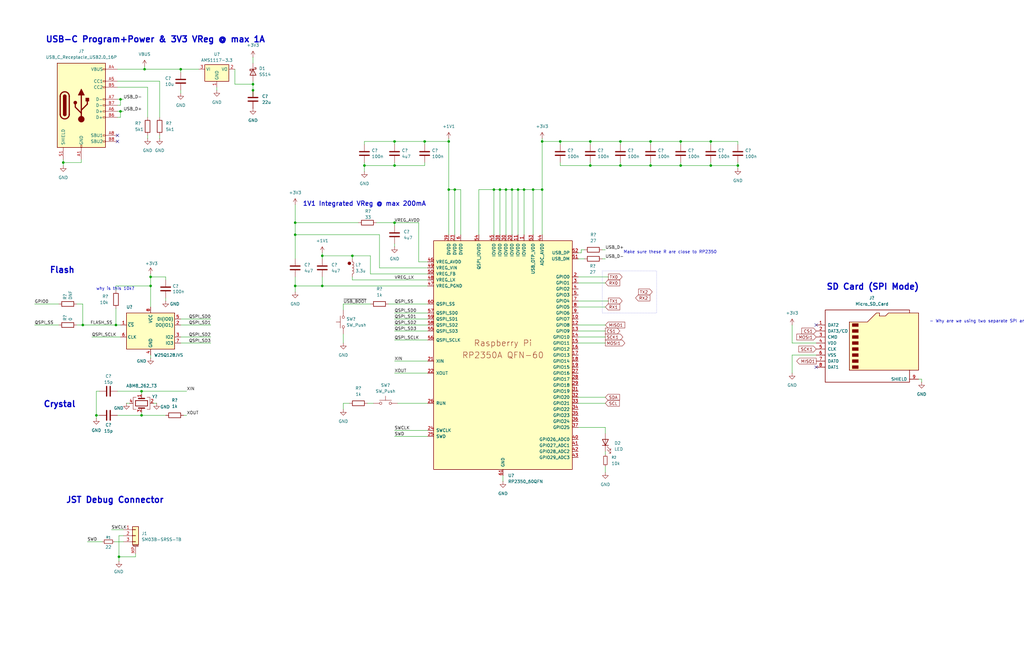
<source format=kicad_sch>
(kicad_sch (version 20250114) (generator "eeschema") (generator_version "9.0")
  (paper "USLedger")
  (lib_symbols
    (symbol "Connector:Micro_SD_Card" (pin_names (offset 1.016))
      (property "Reference" "J" (at -16.51 15.24 0))
      (property "Value" "Micro_SD_Card" (at 16.51 15.24 0))
      (symbol "Micro_SD_Card_1_1"
        (pin bidirectional line (at -22.86 7.62 0) (length 3.81) (name "DAT2") (number "1"))
        (pin bidirectional line (at -22.86 5.08 0) (length 3.81) (name "DAT3/CD") (number "2"))
        (pin input line (at -22.86 2.54 0) (length 3.81) (name "CMD") (number "3"))
        (pin power_in line (at -22.86 0 0) (length 3.81) (name "VDD") (number "4"))
        (pin input line (at -22.86 -2.54 0) (length 3.81) (name "CLK") (number "5"))
        (pin power_in line (at -22.86 -5.08 0) (length 3.81) (name "VSS") (number "6"))
        (pin bidirectional line (at -22.86 -7.62 0) (length 3.81) (name "DAT0") (number "7"))
        (pin bidirectional line (at -22.86 -10.16 0) (length 3.81) (name "DAT1") (number "8"))
        (pin passive line (at 20.32 -15.24 180) (length 3.81) (name "SHIELD") (number "9"))
      )
    )
    (symbol "Connector:USB_C_Receptacle_USB2.0_16P" (pin_names (offset 1.016))
      (property "Reference" "J" (at 0 22.225 0))
      (property "Value" "USB_C_Receptacle_USB2.0_16P" (at 0 19.685 0))
      (symbol "USB_C_Receptacle_USB2.0_16P_1_1"
        (pin passive line (at -7.62 -22.86 90) (length 5.08) (name "SHIELD") (number "S1"))
        (pin passive line (at 0 -22.86 90) (length 5.08) (name "GND") (number "A1"))
        (pin passive line (at 0 -22.86 90) (length 5.08) (hide yes) (name "GND") (number "A12"))
        (pin passive line (at 0 -22.86 90) (length 5.08) (hide yes) (name "GND") (number "B1"))
        (pin passive line (at 0 -22.86 90) (length 5.08) (hide yes) (name "GND") (number "B12"))
        (pin passive line (at 15.24 15.24 180) (length 5.08) (name "VBUS") (number "A4"))
        (pin passive line (at 15.24 15.24 180) (length 5.08) (hide yes) (name "VBUS") (number "A9"))
        (pin passive line (at 15.24 15.24 180) (length 5.08) (hide yes) (name "VBUS") (number "B4"))
        (pin passive line (at 15.24 15.24 180) (length 5.08) (hide yes) (name "VBUS") (number "B9"))
        (pin bidirectional line (at 15.24 10.16 180) (length 5.08) (name "CC1") (number "A5"))
        (pin bidirectional line (at 15.24 7.62 180) (length 5.08) (name "CC2") (number "B5"))
        (pin bidirectional line (at 15.24 2.54 180) (length 5.08) (name "D-") (number "A7"))
        (pin bidirectional line (at 15.24 0 180) (length 5.08) (name "D-") (number "B7"))
        (pin bidirectional line (at 15.24 -2.54 180) (length 5.08) (name "D+") (number "A6"))
        (pin bidirectional line (at 15.24 -5.08 180) (length 5.08) (name "D+") (number "B6"))
        (pin bidirectional line (at 15.24 -12.7 180) (length 5.08) (name "SBU1") (number "A8"))
        (pin bidirectional line (at 15.24 -15.24 180) (length 5.08) (name "SBU2") (number "B8"))
      )
    )
    (symbol "Connector_Generic_MountingPin:Conn_01x03_MountingPin" (pin_names (offset 1.016) (hide yes))
      (property "Reference" "J" (at 0 5.08 0))
      (property "Value" "Conn_01x03_MountingPin" (at 1.27 -5.08 0))
      (symbol "Conn_01x03_MountingPin_1_1"
        (text "Mounting" (at 0 -4.191 0) (effects (font (size 0.381 0.381))))
        (pin passive line (at -5.08 2.54 0) (length 3.81) (name "Pin_1") (number "1"))
        (pin passive line (at -5.08 0 0) (length 3.81) (name "Pin_2") (number "2"))
        (pin passive line (at -5.08 -2.54 0) (length 3.81) (name "Pin_3") (number "3"))
        (pin passive line (at 0 -7.62 90) (length 3.048) (name "MountPin") (number "MP"))
      )
    )
    (symbol "Device:C" (pin_numbers (hide yes)) (pin_names (offset 0.254))
      (property "Reference" "C" (at 0.635 2.54 0))
      (property "Value" "C" (at 0.635 -2.54 0))
      (symbol "C_1_1"
        (pin passive line (at 0 3.81 270) (length 2.794) (name "~") (number "1"))
        (pin passive line (at 0 -3.81 90) (length 2.794) (name "~") (number "2"))
      )
    )
    (symbol "Device:Crystal_GND24" (pin_names (offset 1.016) (hide yes))
      (property "Reference" "Y" (at 3.175 5.08 0))
      (property "Value" "Crystal_GND24" (at 3.175 3.175 0))
      (symbol "Crystal_GND24_1_1"
        (pin passive line (at -3.81 0 0) (length 1.27) (name "1") (number "1"))
        (pin passive line (at 0 5.08 270) (length 1.27) (name "2") (number "2"))
        (pin passive line (at 0 -5.08 90) (length 1.27) (name "4") (number "4"))
        (pin passive line (at 3.81 0 180) (length 1.27) (name "3") (number "3"))
      )
    )
    (symbol "Device:L" (pin_numbers (hide yes)) (pin_names (offset 1.016) (hide yes))
      (property "Reference" "L" (at -1.27 0 90))
      (property "Value" "L" (at 1.905 0 90))
      (symbol "L_1_1"
        (pin passive line (at 0 3.81 270) (length 1.27) (name "1") (number "1"))
        (pin passive line (at 0 -3.81 90) (length 1.27) (name "2") (number "2"))
      )
    )
    (symbol "Device:LED" (pin_numbers (hide yes)) (pin_names (offset 1.016) (hide yes))
      (property "Reference" "D" (at 0 2.54 0))
      (property "Value" "LED" (at 0 -2.54 0))
      (symbol "LED_1_1"
        (pin passive line (at -3.81 0 0) (length 2.54) (name "K") (number "1"))
        (pin passive line (at 3.81 0 180) (length 2.54) (name "A") (number "2"))
      )
    )
    (symbol "Device:R" (pin_numbers (hide yes)) (pin_names (offset 0))
      (property "Reference" "R" (at 2.032 0 90))
      (property "Value" "R" (at 0 0 90))
      (symbol "R_1_1"
        (pin passive line (at 0 3.81 270) (length 1.27) (name "~") (number "1"))
        (pin passive line (at 0 -3.81 90) (length 1.27) (name "~") (number "2"))
      )
    )
    (symbol "Device:R_Small" (pin_numbers (hide yes)) (pin_names (offset 0.254) (hide yes))
      (property "Reference" "R" (at 0 0 90))
      (property "Value" "R_Small" (at 1.778 0 90))
      (symbol "R_Small_1_1"
        (pin passive line (at 0 2.54 270) (length 0.762) (name "~") (number "1"))
        (pin passive line (at 0 -2.54 90) (length 0.762) (name "~") (number "2"))
      )
    )
    (symbol "Diode:SS14" (pin_numbers (hide yes)) (pin_names (offset 1.016) (hide yes))
      (property "Reference" "D" (at 0 2.54 0))
      (property "Value" "SS14" (at 0 -2.54 0))
      (symbol "SS14_1_1"
        (pin passive line (at -3.81 0 0) (length 2.54) (name "K") (number "1"))
        (pin passive line (at 3.81 0 180) (length 2.54) (name "A") (number "2"))
      )
    )
    (symbol "MCU_RaspberryPi_RP2350:RP2350_60QFN" (pin_names (offset 1.016))
      (property "Reference" "U" (at -29.21 49.53 0))
      (property "Value" "RP2350_60QFN" (at 24.13 -49.53 0))
      (symbol "RP2350_60QFN_0_0"
        (text "Raspberry Pi" (at 0 5.08 0) (effects (font (size 2.54 2.54))))
      )
      (symbol "RP2350_60QFN_1_0"
        (text "RP2350A QFN-60" (at 0 0 0) (effects (font (size 2.54 2.54))))
      )
      (symbol "RP2350_60QFN_1_1"
        (pin power_in line (at -31.75 39.37 0) (length 2.54) (name "VREG_AVDD") (number "46"))
        (pin power_in line (at -31.75 36.83 0) (length 2.54) (name "VREG_VIN") (number "49"))
        (pin input line (at -31.75 34.29 0) (length 2.54) (name "VREG_FB") (number "50"))
        (pin power_out line (at -31.75 31.75 0) (length 2.54) (name "VREG_LX") (number "48"))
        (pin power_in line (at -31.75 29.21 0) (length 2.54) (name "VREG_PGND") (number "47"))
        (pin bidirectional line (at -31.75 21.59 0) (length 2.54) (name "QSPI_SS") (number "60"))
        (pin bidirectional line (at -31.75 17.78 0) (length 2.54) (name "QSPI_SD0") (number "57"))
        (pin bidirectional line (at -31.75 15.24 0) (length 2.54) (name "QSPI_SD1") (number "59"))
        (pin bidirectional line (at -31.75 12.7 0) (length 2.54) (name "QSPI_SD2") (number "58"))
        (pin bidirectional line (at -31.75 10.16 0) (length 2.54) (name "QSPI_SD3") (number "55"))
        (pin output line (at -31.75 6.35 0) (length 2.54) (name "QSPI_SCLK") (number "56"))
        (pin input line (at -31.75 -2.54 0) (length 2.54) (name "XIN") (number "21"))
        (pin passive line (at -31.75 -7.62 0) (length 2.54) (name "XOUT") (number "22"))
        (pin input line (at -31.75 -20.32 0) (length 2.54) (name "RUN") (number "26"))
        (pin output line (at -31.75 -31.75 0) (length 2.54) (name "SWCLK") (number "24"))
        (pin bidirectional line (at -31.75 -34.29 0) (length 2.54) (name "SWD") (number "25"))
        (pin power_in line (at -22.86 50.8 270) (length 2.54) (name "DVDD") (number "39"))
        (pin power_in line (at -20.32 50.8 270) (length 2.54) (name "DVDD") (number "23"))
        (pin power_in line (at -17.78 50.8 270) (length 2.54) (name "DVDD") (number "6"))
        (pin power_in line (at -10.16 50.8 270) (length 2.54) (name "QSPI_IOVDD") (number "54"))
        (pin power_in line (at -3.81 50.8 270) (length 2.54) (name "IOVDD") (number "45"))
        (pin power_in line (at -1.27 50.8 270) (length 2.54) (name "IOVDD") (number "38"))
        (pin power_in line (at 0 -50.8 90) (length 2.54) (name "GND") (number "61"))
        (pin power_in line (at 1.27 50.8 270) (length 2.54) (name "IOVDD") (number "30"))
        (pin power_in line (at 3.81 50.8 270) (length 2.54) (name "IOVDD") (number "20"))
        (pin power_in line (at 6.35 50.8 270) (length 2.54) (name "IOVDD") (number "11"))
        (pin power_in line (at 8.89 50.8 270) (length 2.54) (name "IOVDD") (number "1"))
        (pin power_in line (at 12.7 50.8 270) (length 2.54) (name "USB_OTP_VDD") (number "53"))
        (pin power_in line (at 16.51 50.8 270) (length 2.54) (name "ADC_AVDD") (number "44"))
        (pin bidirectional line (at 31.75 43.18 180) (length 2.54) (name "USB_DP") (number "52"))
        (pin bidirectional line (at 31.75 40.64 180) (length 2.54) (name "USB_DM") (number "51"))
        (pin bidirectional line (at 31.75 33.02 180) (length 2.54) (name "GPIO0") (number "2"))
        (pin bidirectional line (at 31.75 30.48 180) (length 2.54) (name "GPIO1") (number "3"))
        (pin bidirectional line (at 31.75 27.94 180) (length 2.54) (name "GPIO2") (number "4"))
        (pin bidirectional line (at 31.75 25.4 180) (length 2.54) (name "GPIO3") (number "5"))
        (pin bidirectional line (at 31.75 22.86 180) (length 2.54) (name "GPIO4") (number "7"))
        (pin bidirectional line (at 31.75 20.32 180) (length 2.54) (name "GPIO5") (number "8"))
        (pin bidirectional line (at 31.75 17.78 180) (length 2.54) (name "GPIO6") (number "9"))
        (pin bidirectional line (at 31.75 15.24 180) (length 2.54) (name "GPIO7") (number "10"))
        (pin bidirectional line (at 31.75 12.7 180) (length 2.54) (name "GPIO8") (number "12"))
        (pin bidirectional line (at 31.75 10.16 180) (length 2.54) (name "GPIO9") (number "13"))
        (pin bidirectional line (at 31.75 7.62 180) (length 2.54) (name "GPIO10") (number "14"))
        (pin bidirectional line (at 31.75 5.08 180) (length 2.54) (name "GPIO11") (number "15"))
        (pin bidirectional line (at 31.75 2.54 180) (length 2.54) (name "GPIO12") (number "16"))
        (pin bidirectional line (at 31.75 0 180) (length 2.54) (name "GPIO13") (number "17"))
        (pin bidirectional line (at 31.75 -2.54 180) (length 2.54) (name "GPIO14") (number "18"))
        (pin bidirectional line (at 31.75 -5.08 180) (length 2.54) (name "GPIO15") (number "19"))
        (pin bidirectional line (at 31.75 -7.62 180) (length 2.54) (name "GPIO16") (number "27"))
        (pin bidirectional line (at 31.75 -10.16 180) (length 2.54) (name "GPIO17") (number "28"))
        (pin bidirectional line (at 31.75 -12.7 180) (length 2.54) (name "GPIO18") (number "29"))
        (pin bidirectional line (at 31.75 -15.24 180) (length 2.54) (name "GPIO19") (number "31"))
        (pin bidirectional line (at 31.75 -17.78 180) (length 2.54) (name "GPIO20") (number "32"))
        (pin bidirectional line (at 31.75 -20.32 180) (length 2.54) (name "GPIO21") (number "33"))
        (pin bidirectional line (at 31.75 -22.86 180) (length 2.54) (name "GPIO22") (number "34"))
        (pin bidirectional line (at 31.75 -25.4 180) (length 2.54) (name "GPIO23") (number "35"))
        (pin bidirectional line (at 31.75 -27.94 180) (length 2.54) (name "GPIO24") (number "36"))
        (pin bidirectional line (at 31.75 -30.48 180) (length 2.54) (name "GPIO25") (number "37"))
        (pin bidirectional line (at 31.75 -35.56 180) (length 2.54) (name "GPIO26_ADC0") (number "40"))
        (pin bidirectional line (at 31.75 -38.1 180) (length 2.54) (name "GPIO27_ADC1") (number "41"))
        (pin bidirectional line (at 31.75 -40.64 180) (length 2.54) (name "GPIO28_ADC2") (number "42"))
        (pin bidirectional line (at 31.75 -43.18 180) (length 2.54) (name "GPIO29_ADC3") (number "43"))
      )
    )
    (symbol "Memory_Flash:W25Q128JVS"
      (property "Reference" "U" (at -8.89 8.89 0))
      (property "Value" "W25Q128JVS" (at 7.62 8.89 0))
      (symbol "W25Q128JVS_1_1"
        (pin input line (at -12.7 2.54 0) (length 2.54) (name "~{CS}") (number "1"))
        (pin input line (at -12.7 -2.54 0) (length 2.54) (name "CLK") (number "6"))
        (pin power_in line (at 0 10.16 270) (length 2.54) (name "VCC") (number "8"))
        (pin power_in line (at 0 -10.16 90) (length 2.54) (name "GND") (number "4"))
        (pin bidirectional line (at 12.7 5.08 180) (length 2.54) (name "DI(IO0)") (number "5"))
        (pin bidirectional line (at 12.7 2.54 180) (length 2.54) (name "DO(IO1)") (number "2"))
        (pin bidirectional line (at 12.7 -2.54 180) (length 2.54) (name "IO2") (number "3"))
        (pin bidirectional line (at 12.7 -5.08 180) (length 2.54) (name "IO3") (number "7"))
      )
    )
    (symbol "Regulator_Linear:AMS1117-3.3"
      (property "Reference" "U" (at -3.81 3.175 0))
      (property "Value" "AMS1117-3.3" (at 0 3.175 0))
      (symbol "AMS1117-3.3_1_1"
        (pin power_in line (at -7.62 0 0) (length 2.54) (name "VI") (number "3"))
        (pin power_in line (at 0 -7.62 90) (length 2.54) (name "GND") (number "1"))
        (pin power_out line (at 7.62 0 180) (length 2.54) (name "VO") (number "2"))
      )
    )
    (symbol "Switch:SW_Push" (pin_numbers (hide yes)) (pin_names (offset 1.016) (hide yes))
      (property "Reference" "SW" (at 1.27 2.54 0))
      (property "Value" "SW_Push" (at 0 -1.524 0))
      (symbol "SW_Push_0_1"
        (pin passive line (at -5.08 0 0) (length 2.54) (name "1") (number "1"))
        (pin passive line (at 5.08 0 180) (length 2.54) (name "2") (number "2"))
      )
    )
    (symbol "power:+1V1" (power) (pin_numbers (hide yes)) (pin_names (offset 0) (hide yes))
      (property "Value" "+1V1" (at 0 3.556 0))
      (symbol "+1V1_1_1"
        (pin power_in line (at 0 0 90) (length 0) (name "~") (number "1"))
      )
    )
    (symbol "power:+3V3" (power) (pin_numbers (hide yes)) (pin_names (offset 0) (hide yes))
      (property "Value" "+3V3" (at 0 3.556 0))
      (symbol "+3V3_1_1"
        (pin power_in line (at 0 0 90) (length 0) (name "~") (number "1"))
      )
    )
    (symbol "power:GND" (power) (pin_numbers (hide yes)) (pin_names (offset 0) (hide yes))
      (property "Value" "GND" (at 0 -3.81 0))
      (symbol "GND_1_1"
        (pin power_in line (at 0 0 270) (length 0) (name "~") (number "1"))
      )
    )
    (symbol "power:VBUS" (power) (pin_numbers (hide yes)) (pin_names (offset 0) (hide yes))
      (property "Value" "VBUS" (at 0 3.556 0))
      (symbol "VBUS_1_1"
        (pin power_in line (at 0 0 90) (length 0) (name "~") (number "1"))
      )
    )
  )
  (rectangle (start 254 114.3) (end 276.86 132.08) (stroke (width 0) (type dot)))
  (circle (center 147.32 111.125) (radius 0.635) (stroke (width 0) (color 132 0 0 1)) (fill (type color) (color 132 0 0 1)))
  (text "SD Card (SPI Mode)" (at 368.046 121.158 0) (effects (font (size 2.54 2.54) (thickness 0.508) (bold yes))))
  (text "1V1 Integrated VReg @ max 200mA\n\n" (at 153.67 87.63 0) (effects (font (size 1.905 1.905) (thickness 0.3175))))
  (text "Flash\n" (at 20.828 115.57 0) (effects (font (size 2.54 2.54) (thickness 0.508) (bold yes)) (justify left bottom)))
  (text "- Why are we using two separate SPI and I2C lines?" (at 391.922 135.636 0) (effects (font (size 1.27 1.27)) (justify left)))
  (text "Crystal\n" (at 25.146 170.688 0) (effects (font (size 2.54 2.54) (thickness 0.508) (bold yes))))
  (text "JST Debug Connector" (at 27.686 212.598 0) (effects (font (size 2.54 2.54) (thickness 0.508) (bold yes)) (justify left bottom)))
  (text "Make sure these R are close to RP2350\n" (at 262.89 107.188 0) (effects (font (size 1.27 1.27)) (justify left bottom)))
  (text "why is this 10k?\n" (at 48.641 121.92 0) (effects (font (size 1.27 1.27))))
  (text "USB-C Program+Power & 3V3 VReg @ max 1A" (at 65.532 16.764 0) (effects (font (size 2.54 2.54) (thickness 0.508) (bold yes))))
  (junction (at 166.37 59.69))
  (junction (at 210.82 80.01))
  (junction (at 124.46 99.06))
  (junction (at 135.89 107.95))
  (junction (at 287.02 69.85))
  (junction (at 220.98 80.01))
  (junction (at 59.69 175.26))
  (junction (at 248.92 59.69))
  (junction (at 228.6 80.01))
  (junction (at 76.2 29.21))
  (junction (at 228.6 59.69))
  (junction (at 166.37 69.85))
  (junction (at 124.46 93.98))
  (junction (at 274.32 69.85))
  (junction (at 106.68 35.56))
  (junction (at 40.64 175.26))
  (junction (at 153.67 69.85))
  (junction (at 34.925 137.16))
  (junction (at 236.22 59.69))
  (junction (at 248.92 69.85))
  (junction (at 189.23 80.01))
  (junction (at 50.165 234.95))
  (junction (at 48.895 137.16))
  (junction (at 106.68 38.1))
  (junction (at 287.02 59.69))
  (junction (at 261.62 59.69))
  (junction (at 135.89 120.65))
  (junction (at 50.8 46.99))
  (junction (at 215.9 80.01))
  (junction (at 261.62 69.85))
  (junction (at 299.72 69.85))
  (junction (at 166.37 93.98))
  (junction (at 274.32 59.69))
  (junction (at 191.77 80.01))
  (junction (at 26.67 68.58))
  (junction (at 218.44 80.01))
  (junction (at 124.46 120.65))
  (junction (at 311.15 69.85))
  (junction (at 189.23 59.69))
  (junction (at 60.96 29.21))
  (junction (at 59.69 165.1))
  (junction (at 179.07 59.69))
  (junction (at 50.8 41.91))
  (junction (at 63.5 116.84))
  (junction (at 63.5 120.65))
  (junction (at 213.36 80.01))
  (junction (at 224.79 80.01))
  (junction (at 208.28 80.01))
  (junction (at 299.72 59.69))
  (junction (at 148.59 107.95))
  (no_connect (at 344.17 154.94))
  (no_connect (at 49.53 59.69))
  (no_connect (at 49.53 57.15))
  (no_connect (at 344.17 137.16))
  (wire (pts (xy 160.02 113.03) (xy 160.02 99.06)))
  (wire (pts (xy 106.68 40.64) (xy 106.68 38.1)))
  (wire (pts (xy 67.31 58.42) (xy 67.31 57.15)))
  (wire (pts (xy 124.46 116.84) (xy 124.46 120.65)))
  (wire (pts (xy 48.895 130.175) (xy 48.895 137.16)))
  (wire (pts (xy 49.53 34.29) (xy 67.31 34.29)))
  (wire (pts (xy 287.02 69.85) (xy 299.72 69.85)))
  (wire (pts (xy 255.27 109.22) (xy 254 109.22)))
  (wire (pts (xy 76.2 137.16) (xy 88.9 137.16)))
  (wire (pts (xy 166.37 137.16) (xy 180.34 137.16)))
  (wire (pts (xy 220.98 80.01) (xy 220.98 99.06)))
  (wire (pts (xy 299.72 69.85) (xy 299.72 68.58)))
  (wire (pts (xy 40.64 175.26) (xy 40.64 176.53)))
  (wire (pts (xy 215.9 80.01) (xy 215.9 99.06)))
  (wire (pts (xy 166.37 132.08) (xy 180.34 132.08)))
  (wire (pts (xy 189.23 58.42) (xy 189.23 59.69)))
  (wire (pts (xy 38.735 142.24) (xy 50.8 142.24)))
  (wire (pts (xy 52.07 41.91) (xy 50.8 41.91)))
  (wire (pts (xy 148.59 107.95) (xy 135.89 107.95)))
  (wire (pts (xy 261.62 69.85) (xy 261.62 68.58)))
  (wire (pts (xy 236.22 69.85) (xy 236.22 68.58)))
  (wire (pts (xy 248.92 69.85) (xy 261.62 69.85)))
  (wire (pts (xy 48.895 137.16) (xy 50.8 137.16)))
  (wire (pts (xy 180.34 110.49) (xy 176.53 110.49)))
  (wire (pts (xy 144.78 128.27) (xy 144.78 130.81)))
  (wire (pts (xy 34.29 68.58) (xy 26.67 68.58)))
  (wire (pts (xy 166.37 93.98) (xy 176.53 93.98)))
  (wire (pts (xy 243.84 144.78) (xy 255.27 144.78)))
  (wire (pts (xy 287.02 69.85) (xy 287.02 68.58)))
  (wire (pts (xy 166.37 157.48) (xy 180.34 157.48)))
  (wire (pts (xy 63.5 116.84) (xy 63.5 120.65)))
  (wire (pts (xy 243.84 109.22) (xy 246.38 109.22)))
  (wire (pts (xy 166.37 69.85) (xy 166.37 68.58)))
  (wire (pts (xy 26.67 67.31) (xy 26.67 68.58)))
  (wire (pts (xy 245.11 105.41) (xy 246.38 105.41)))
  (wire (pts (xy 167.64 170.18) (xy 180.34 170.18)))
  (wire (pts (xy 59.69 165.1) (xy 49.53 165.1)))
  (wire (pts (xy 59.69 166.37) (xy 59.69 165.1)))
  (wire (pts (xy 59.69 175.26) (xy 69.85 175.26)))
  (wire (pts (xy 153.67 69.85) (xy 166.37 69.85)))
  (wire (pts (xy 243.84 137.16) (xy 255.27 137.16)))
  (wire (pts (xy 387.35 160.02) (xy 388.62 160.02)))
  (wire (pts (xy 148.59 118.11) (xy 148.59 116.84)))
  (wire (pts (xy 53.34 170.18) (xy 54.61 170.18)))
  (wire (pts (xy 261.62 59.69) (xy 261.62 60.96)))
  (wire (pts (xy 135.89 107.95) (xy 135.89 109.22)))
  (wire (pts (xy 14.605 128.27) (xy 24.765 128.27)))
  (wire (pts (xy 243.84 139.7) (xy 255.27 139.7)))
  (wire (pts (xy 69.85 118.11) (xy 69.85 116.84)))
  (wire (pts (xy 124.46 120.65) (xy 124.46 123.19)))
  (wire (pts (xy 50.165 226.06) (xy 50.165 234.95)))
  (wire (pts (xy 274.32 59.69) (xy 274.32 60.96)))
  (wire (pts (xy 48.895 122.555) (xy 48.895 120.65)))
  (wire (pts (xy 50.8 41.91) (xy 49.53 41.91)))
  (wire (pts (xy 50.8 44.45) (xy 50.8 41.91)))
  (wire (pts (xy 144.78 172.72) (xy 144.78 170.18)))
  (wire (pts (xy 135.89 106.68) (xy 135.89 107.95)))
  (wire (pts (xy 236.22 59.69) (xy 236.22 60.96)))
  (wire (pts (xy 243.84 129.54) (xy 255.27 129.54)))
  (wire (pts (xy 344.17 149.86) (xy 334.01 149.86)))
  (wire (pts (xy 274.32 59.69) (xy 287.02 59.69)))
  (wire (pts (xy 76.2 142.24) (xy 88.9 142.24)))
  (wire (pts (xy 208.28 80.01) (xy 210.82 80.01)))
  (wire (pts (xy 60.96 29.21) (xy 49.53 29.21)))
  (wire (pts (xy 166.37 139.7) (xy 180.34 139.7)))
  (wire (pts (xy 49.53 175.26) (xy 59.69 175.26)))
  (wire (pts (xy 50.165 234.95) (xy 50.165 236.855)))
  (wire (pts (xy 49.53 49.53) (xy 50.8 49.53)))
  (wire (pts (xy 243.84 180.34) (xy 255.27 180.34)))
  (wire (pts (xy 144.78 140.97) (xy 144.78 144.78)))
  (wire (pts (xy 228.6 99.06) (xy 228.6 80.01)))
  (wire (pts (xy 57.15 233.68) (xy 57.15 234.95)))
  (wire (pts (xy 166.37 134.62) (xy 180.34 134.62)))
  (wire (pts (xy 201.93 99.06) (xy 201.93 80.01)))
  (wire (pts (xy 99.06 35.56) (xy 99.06 29.21)))
  (wire (pts (xy 255.27 196.85) (xy 255.27 199.39)))
  (wire (pts (xy 224.79 80.01) (xy 228.6 80.01)))
  (wire (pts (xy 63.5 120.65) (xy 63.5 129.54)))
  (wire (pts (xy 210.82 80.01) (xy 213.36 80.01)))
  (wire (pts (xy 180.34 118.11) (xy 148.59 118.11)))
  (wire (pts (xy 220.98 80.01) (xy 224.79 80.01)))
  (wire (pts (xy 124.46 93.98) (xy 151.13 93.98)))
  (wire (pts (xy 52.07 226.06) (xy 50.165 226.06)))
  (wire (pts (xy 243.84 127) (xy 256.54 127)))
  (wire (pts (xy 62.23 36.83) (xy 49.53 36.83)))
  (wire (pts (xy 299.72 59.69) (xy 311.15 59.69)))
  (wire (pts (xy 245.11 106.68) (xy 245.11 105.41)))
  (wire (pts (xy 91.44 36.83) (xy 91.44 38.1)))
  (wire (pts (xy 218.44 80.01) (xy 220.98 80.01)))
  (wire (pts (xy 334.01 149.86) (xy 334.01 157.48)))
  (wire (pts (xy 60.96 27.94) (xy 60.96 29.21)))
  (wire (pts (xy 78.74 175.26) (xy 77.47 175.26)))
  (wire (pts (xy 166.37 181.61) (xy 180.34 181.61)))
  (wire (pts (xy 243.84 142.24) (xy 255.27 142.24)))
  (wire (pts (xy 236.22 59.69) (xy 248.92 59.69)))
  (wire (pts (xy 299.72 69.85) (xy 311.15 69.85)))
  (wire (pts (xy 49.53 44.45) (xy 50.8 44.45)))
  (wire (pts (xy 334.01 144.78) (xy 334.01 137.16)))
  (wire (pts (xy 224.79 99.06) (xy 224.79 80.01)))
  (wire (pts (xy 156.21 115.57) (xy 180.34 115.57)))
  (wire (pts (xy 76.2 39.37) (xy 76.2 38.1)))
  (wire (pts (xy 153.67 59.69) (xy 153.67 60.96)))
  (wire (pts (xy 106.68 24.13) (xy 106.68 26.67)))
  (wire (pts (xy 243.84 106.68) (xy 245.11 106.68)))
  (wire (pts (xy 52.07 46.99) (xy 50.8 46.99)))
  (wire (pts (xy 148.59 107.95) (xy 148.59 109.22)))
  (wire (pts (xy 287.02 59.69) (xy 287.02 60.96)))
  (wire (pts (xy 124.46 93.98) (xy 124.46 99.06)))
  (wire (pts (xy 255.27 180.34) (xy 255.27 182.88)))
  (wire (pts (xy 255.27 190.5) (xy 255.27 191.77)))
  (wire (pts (xy 388.62 160.02) (xy 388.62 161.29)))
  (wire (pts (xy 34.925 137.16) (xy 48.895 137.16)))
  (wire (pts (xy 48.26 228.6) (xy 52.07 228.6)))
  (wire (pts (xy 76.2 144.78) (xy 88.9 144.78)))
  (wire (pts (xy 46.99 223.52) (xy 52.07 223.52)))
  (wire (pts (xy 228.6 59.69) (xy 236.22 59.69)))
  (wire (pts (xy 166.37 93.98) (xy 166.37 95.25)))
  (wire (pts (xy 99.06 35.56) (xy 106.68 35.56)))
  (wire (pts (xy 213.36 80.01) (xy 215.9 80.01)))
  (wire (pts (xy 50.8 46.99) (xy 49.53 46.99)))
  (wire (pts (xy 201.93 80.01) (xy 208.28 80.01)))
  (wire (pts (xy 160.02 99.06) (xy 124.46 99.06)))
  (wire (pts (xy 243.84 170.18) (xy 255.27 170.18)))
  (wire (pts (xy 243.84 119.38) (xy 255.27 119.38)))
  (wire (pts (xy 179.07 69.85) (xy 179.07 68.58)))
  (wire (pts (xy 243.84 116.84) (xy 256.54 116.84)))
  (wire (pts (xy 156.21 128.27) (xy 144.78 128.27)))
  (wire (pts (xy 189.23 59.69) (xy 189.23 80.01)))
  (wire (pts (xy 189.23 80.01) (xy 189.23 99.06)))
  (wire (pts (xy 166.37 69.85) (xy 179.07 69.85)))
  (wire (pts (xy 153.67 59.69) (xy 166.37 59.69)))
  (wire (pts (xy 160.02 113.03) (xy 180.34 113.03)))
  (wire (pts (xy 191.77 80.01) (xy 189.23 80.01)))
  (wire (pts (xy 208.28 80.01) (xy 208.28 99.06)))
  (wire (pts (xy 176.53 110.49) (xy 176.53 93.98)))
  (wire (pts (xy 76.2 29.21) (xy 83.82 29.21)))
  (wire (pts (xy 311.15 69.85) (xy 311.15 71.12)))
  (wire (pts (xy 243.84 167.64) (xy 255.27 167.64)))
  (wire (pts (xy 60.96 29.21) (xy 76.2 29.21)))
  (wire (pts (xy 166.37 152.4) (xy 180.34 152.4)))
  (wire (pts (xy 287.02 59.69) (xy 299.72 59.69)))
  (wire (pts (xy 40.64 165.1) (xy 40.64 175.26)))
  (wire (pts (xy 166.37 59.69) (xy 166.37 60.96)))
  (wire (pts (xy 213.36 80.01) (xy 213.36 99.06)))
  (wire (pts (xy 41.91 165.1) (xy 40.64 165.1)))
  (wire (pts (xy 106.68 38.1) (xy 106.68 35.56)))
  (wire (pts (xy 163.83 128.27) (xy 180.34 128.27)))
  (wire (pts (xy 124.46 120.65) (xy 135.89 120.65)))
  (wire (pts (xy 180.34 143.51) (xy 166.37 143.51)))
  (wire (pts (xy 248.92 69.85) (xy 248.92 68.58)))
  (wire (pts (xy 144.78 170.18) (xy 147.32 170.18)))
  (wire (pts (xy 62.23 58.42) (xy 62.23 57.15)))
  (wire (pts (xy 255.27 105.41) (xy 254 105.41)))
  (wire (pts (xy 124.46 86.36) (xy 124.46 93.98)))
  (wire (pts (xy 311.15 69.85) (xy 311.15 68.58)))
  (wire (pts (xy 261.62 59.69) (xy 274.32 59.69)))
  (wire (pts (xy 228.6 58.42) (xy 228.6 59.69)))
  (wire (pts (xy 194.31 80.01) (xy 191.77 80.01)))
  (wire (pts (xy 50.8 49.53) (xy 50.8 46.99)))
  (wire (pts (xy 274.32 69.85) (xy 287.02 69.85)))
  (wire (pts (xy 228.6 59.69) (xy 228.6 80.01)))
  (wire (pts (xy 215.9 80.01) (xy 218.44 80.01)))
  (wire (pts (xy 124.46 99.06) (xy 124.46 109.22)))
  (wire (pts (xy 76.2 29.21) (xy 76.2 30.48)))
  (wire (pts (xy 59.69 173.99) (xy 59.69 175.26)))
  (wire (pts (xy 64.77 170.18) (xy 66.04 170.18)))
  (wire (pts (xy 194.31 99.06) (xy 194.31 80.01)))
  (wire (pts (xy 179.07 59.69) (xy 179.07 60.96)))
  (wire (pts (xy 218.44 80.01) (xy 218.44 99.06)))
  (wire (pts (xy 63.5 149.86) (xy 63.5 151.13)))
  (wire (pts (xy 191.77 99.06) (xy 191.77 80.01)))
  (wire (pts (xy 153.67 69.85) (xy 153.67 68.58)))
  (wire (pts (xy 48.895 120.65) (xy 63.5 120.65)))
  (wire (pts (xy 36.83 228.6) (xy 43.18 228.6)))
  (wire (pts (xy 212.09 203.2) (xy 212.09 200.66)))
  (wire (pts (xy 69.85 125.73) (xy 69.85 127)))
  (wire (pts (xy 69.85 116.84) (xy 63.5 116.84)))
  (wire (pts (xy 274.32 69.85) (xy 274.32 68.58)))
  (wire (pts (xy 76.2 134.62) (xy 88.9 134.62)))
  (wire (pts (xy 156.21 115.57) (xy 156.21 107.95)))
  (wire (pts (xy 135.89 120.65) (xy 180.34 120.65)))
  (wire (pts (xy 299.72 59.69) (xy 299.72 60.96)))
  (wire (pts (xy 154.94 170.18) (xy 157.48 170.18)))
  (wire (pts (xy 166.37 59.69) (xy 179.07 59.69)))
  (wire (pts (xy 67.31 34.29) (xy 67.31 49.53)))
  (wire (pts (xy 50.165 234.95) (xy 57.15 234.95)))
  (wire (pts (xy 14.605 137.16) (xy 24.765 137.16)))
  (wire (pts (xy 63.5 115.57) (xy 63.5 116.84)))
  (wire (pts (xy 153.67 69.85) (xy 153.67 72.39)))
  (wire (pts (xy 261.62 69.85) (xy 274.32 69.85)))
  (wire (pts (xy 59.69 165.1) (xy 78.74 165.1)))
  (wire (pts (xy 210.82 99.06) (xy 210.82 80.01)))
  (wire (pts (xy 248.92 59.69) (xy 248.92 60.96)))
  (wire (pts (xy 166.37 102.87) (xy 166.37 104.14)))
  (wire (pts (xy 34.29 67.31) (xy 34.29 68.58)))
  (wire (pts (xy 34.925 128.27) (xy 34.925 137.16)))
  (wire (pts (xy 166.37 184.15) (xy 180.34 184.15)))
  (wire (pts (xy 248.92 59.69) (xy 261.62 59.69)))
  (wire (pts (xy 158.75 93.98) (xy 166.37 93.98)))
  (wire (pts (xy 32.385 128.27) (xy 34.925 128.27)))
  (wire (pts (xy 41.91 175.26) (xy 40.64 175.26)))
  (wire (pts (xy 311.15 59.69) (xy 311.15 60.96)))
  (wire (pts (xy 135.89 120.65) (xy 135.89 116.84)))
  (wire (pts (xy 156.21 107.95) (xy 148.59 107.95)))
  (wire (pts (xy 344.17 144.78) (xy 334.01 144.78)))
  (wire (pts (xy 106.68 34.29) (xy 106.68 35.56)))
  (wire (pts (xy 236.22 69.85) (xy 248.92 69.85)))
  (wire (pts (xy 26.67 68.58) (xy 26.67 69.85)))
  (wire (pts (xy 179.07 59.69) (xy 189.23 59.69)))
  (wire (pts (xy 32.385 137.16) (xy 34.925 137.16)))
  (wire (pts (xy 62.23 49.53) (xy 62.23 36.83)))
  (label "QSPI_SS" (at 166.37 128.27 0))
  (label "SWCLK" (at 46.99 223.52 0))
  (label "USB_D+" (at 52.07 46.99 0))
  (label "VREG_LX" (at 166.37 118.11 0))
  (label "QSPI_SD2" (at 166.37 137.16 0))
  (label "SWCLK" (at 166.37 181.61 0))
  (label "SWD" (at 36.83 228.6 0))
  (label "XIN" (at 78.74 165.1 0))
  (label "XIN" (at 166.37 152.4 0))
  (label "GPIO0" (at 14.605 128.27 0))
  (label "XOUT" (at 166.37 157.48 0))
  (label "SWD" (at 166.37 184.15 0))
  (label "~{USB_BOOT}" (at 144.78 128.27 0))
  (label "FLASH_SS" (at 38.1 137.16 0))
  (label "QSPI_SD3" (at 166.37 139.7 0))
  (label "QSPI_SCLK" (at 166.37 143.51 0))
  (label "QSPI_SD0" (at 166.37 132.08 0))
  (label "QSPI_SS" (at 14.605 137.16 0))
  (label "VREG_AVDD" (at 166.37 93.98 0))
  (label "QSPI_SD1" (at 88.9 137.16 180))
  (label "QSPI_SD2" (at 88.9 142.24 180))
  (label "USB_D-" (at 255.27 109.22 0))
  (label "QSPI_SD1" (at 166.37 134.62 0))
  (label "QSPI_SD3" (at 88.9 144.78 180))
  (label "QSPI_SCLK" (at 38.735 142.24 0))
  (label "XOUT" (at 78.74 175.26 0))
  (label "QSPI_SD0" (at 88.9 134.62 180))
  (label "USB_D+" (at 255.27 105.41 0))
  (label "USB_D-" (at 52.07 41.91 0))
  (global_label "SDA" (shape input) (at 255.27 167.64 0) (property "Intersheetrefs" "${INTERSHEET_REFS}" (effects (hide yes))))
  (global_label "CS1" (shape output) (at 255.27 139.7 0) (property "Intersheetrefs" "${INTERSHEET_REFS}" (effects (hide yes))))
  (global_label "CS1" (shape input) (at 344.17 139.7 180) (property "Intersheetrefs" "${INTERSHEET_REFS}" (effects (hide yes))))
  (global_label "TX1" (shape output) (at 256.54 127 0) (property "Intersheetrefs" "${INTERSHEET_REFS}" (effects (hide yes))))
  (global_label "MISO1" (shape output) (at 344.17 152.4 180) (property "Intersheetrefs" "${INTERSHEET_REFS}" (effects (hide yes))))
  (global_label "SCL" (shape input) (at 255.27 170.18 0) (property "Intersheetrefs" "${INTERSHEET_REFS}" (effects (hide yes))))
  (global_label "RX2" (shape input) (at 267.97 125.73 0) (property "Intersheetrefs" "${INTERSHEET_REFS}" (effects (hide yes))))
  (global_label "SCK1" (shape input) (at 344.17 147.32 180) (property "Intersheetrefs" "${INTERSHEET_REFS}" (effects (hide yes))))
  (global_label "RX0" (shape input) (at 255.27 119.38 0) (property "Intersheetrefs" "${INTERSHEET_REFS}" (effects (hide yes))))
  (global_label "MOSI1" (shape output) (at 255.27 144.78 0) (property "Intersheetrefs" "${INTERSHEET_REFS}" (effects (hide yes))))
  (global_label "TX0" (shape output) (at 256.54 116.84 0) (property "Intersheetrefs" "${INTERSHEET_REFS}" (effects (hide yes))))
  (global_label "MISO1" (shape input) (at 255.27 137.16 0) (property "Intersheetrefs" "${INTERSHEET_REFS}" (effects (hide yes))))
  (global_label "MOSI1" (shape input) (at 344.17 142.24 180) (property "Intersheetrefs" "${INTERSHEET_REFS}" (effects (hide yes))))
  (global_label "TX2" (shape output) (at 269.24 123.19 0) (property "Intersheetrefs" "${INTERSHEET_REFS}" (effects (hide yes))))
  (global_label "RX1" (shape input) (at 255.27 129.54 0) (property "Intersheetrefs" "${INTERSHEET_REFS}" (effects (hide yes))))
  (global_label "SCK1" (shape output) (at 255.27 142.24 0) (property "Intersheetrefs" "${INTERSHEET_REFS}" (effects (hide yes))))
  (symbol (lib_id "Memory_Flash:W25Q128JVS") (at 63.5 139.7 0) (unit 1)
    (property "Reference" "U?" (at 54.61 129.54 0))
    (property "Value" "W25Q128JVS" (at 71.12 149.86 0))
    (property "Footprint" "Package_SO:SOIC-8_5.23x5.23mm_P1.27mm" (effects (hide yes)))
    (property "Datasheet" "http://www.winbond.com/resource-files/w25q128jv_dtr%20revc%2003272018%20plus.pdf" (effects (hide yes)))
  )
  (symbol (lib_id "Device:C") (at 76.2 34.29 0) (unit 1)
    (property "Reference" "C?" (at 69.596 33.02 0) (effects (justify left)))
    (property "Value" "10u" (at 69.596 35.56 0) (effects (justify left)))
    (property "Description" "Unpolarized capacitor" (effects (hide yes)))
  )
  (symbol (lib_id "Device:C") (at 236.22 64.77 0) (unit 1)
    (property "Reference" "C?" (at 239.268 63.5 0) (effects (justify left)))
    (property "Value" "100n" (at 239.268 66.04 0) (effects (justify left)))
    (property "Description" "Unpolarized capacitor" (effects (hide yes)))
  )
  (symbol (lib_id "Device:C") (at 45.72 175.26 90) (unit 1)
    (property "Reference" "C?" (at 45.72 179.324 90))
    (property "Value" "15p" (at 45.72 181.864 90))
    (property "Description" "Unpolarized capacitor" (effects (hide yes)))
  )
  (symbol (lib_id "Device:C") (at 311.15 64.77 0) (unit 1)
    (property "Reference" "C?" (at 314.198 63.5 0) (effects (justify left)))
    (property "Value" "100n" (at 314.198 66.04 0) (effects (justify left)))
    (property "Description" "Unpolarized capacitor" (effects (hide yes)))
  )
  (symbol (lib_id "power:VBUS") (at 60.96 27.94 0) (unit 1)
    (property "Reference" "#PWR?" (effects (hide yes)))
    (property "Value" "VBUS" (at 60.96 22.86 0))
    (property "Description" "Power symbol creates a global label with name \"VBUS\"" (effects (hide yes)))
  )
  (symbol (lib_id "power:GND") (at 63.5 151.13 0) (unit 1)
    (property "Reference" "#PWR?" (effects (hide yes)))
    (property "Value" "GND" (at 59.69 152.4 0))
  )
  (symbol (lib_id "MCU_RaspberryPi_RP2350:RP2350_60QFN") (at 212.09 149.86 0) (unit 1)
    (property "Reference" "U?" (at 214.2333 200.66 0) (effects (justify left)))
    (property "Value" "RP2350_60QFN" (at 214.2333 203.2 0) (effects (justify left)))
    (property "Footprint" "RP2350_60QFN_minimal:RP2350-QFN-60-1EP_7x7_P0.4mm_EP3.4x3.4mm_ThermalVias" (effects (hide yes)))
  )
  (symbol (lib_id "Device:R") (at 250.19 109.22 90) (unit 1)
    (property "Reference" "R?" (at 249.936 112.268 90))
    (property "Value" "27" (at 249.936 114.808 90))
    (property "Description" "Resistor" (effects (hide yes)))
  )
  (symbol (lib_id "power:+1V1") (at 189.23 58.42 0) (unit 1)
    (property "Reference" "#PWR?" (effects (hide yes)))
    (property "Value" "+1V1" (at 189.23 53.34 0))
    (property "Description" "Power symbol creates a global label with name \"+1V1\"" (effects (hide yes)))
  )
  (symbol (lib_id "Device:C") (at 153.67 64.77 0) (unit 1)
    (property "Reference" "C?" (at 156.718 63.5 0) (effects (justify left)))
    (property "Value" "100n" (at 156.718 66.04 0) (effects (justify left)))
    (property "Description" "Unpolarized capacitor" (effects (hide yes)))
  )
  (symbol (lib_id "Device:C") (at 299.72 64.77 0) (unit 1)
    (property "Reference" "C?" (at 302.768 63.5 0) (effects (justify left)))
    (property "Value" "100n" (at 302.768 66.04 0) (effects (justify left)))
    (property "Description" "Unpolarized capacitor" (effects (hide yes)))
  )
  (symbol (lib_id "Device:R_Small") (at 255.27 194.31 0) (unit 1)
    (property "Reference" "R2" (at 257.81 193.0399 0) (effects (font (size 1.016 1.016)) (justify left)))
    (property "Value" "10k" (at 257.81 195.5799 0) (effects (justify left)))
    (property "Description" "Resistor, small symbol" (effects (hide yes)))
  )
  (symbol (lib_id "Device:R") (at 28.575 128.27 90) (unit 1)
    (property "Reference" "R?" (at 27.4066 126.492 0) (effects (justify left)))
    (property "Value" "DNF" (at 29.718 126.492 0) (effects (justify left)))
    (property "Footprint" "Resistor_SMD:R_0402_1005Metric" (effects (hide yes)))
  )
  (symbol (lib_id "power:GND") (at 144.78 172.72 0) (unit 1)
    (property "Reference" "#PWR?" (effects (hide yes)))
    (property "Value" "GND" (at 144.78 177.8 0))
    (property "Description" "Power symbol creates a global label with name \"GND\" , ground" (effects (hide yes)))
  )
  (symbol (lib_id "Device:C") (at 69.85 121.92 0) (unit 1)
    (property "Reference" "C?" (at 72.771 120.7516 0) (effects (justify left)))
    (property "Value" "100n" (at 72.771 123.063 0) (effects (justify left)))
    (property "Footprint" "Capacitor_SMD:C_0402_1005Metric" (effects (hide yes)))
  )
  (symbol (lib_id "power:GND") (at 91.44 38.1 0) (unit 1)
    (property "Reference" "#PWR?" (effects (hide yes)))
    (property "Value" "GND" (at 91.44 43.18 0))
    (property "Description" "Power symbol creates a global label with name \"GND\" , ground" (effects (hide yes)))
  )
  (symbol (lib_id "power:GND") (at 66.04 170.18 0) (unit 1)
    (property "Reference" "#PWR?" (effects (hide yes)))
    (property "Value" "GND" (at 69.596 171.704 0))
    (property "Description" "Power symbol creates a global label with name \"GND\" , ground" (effects (hide yes)))
  )
  (symbol (lib_id "power:GND") (at 50.165 236.855 0) (mirror y) (unit 1)
    (property "Reference" "#PWR032" (effects (hide yes)))
    (property "Value" "GND" (at 50.038 241.2492 0))
  )
  (symbol (lib_id "Device:C") (at 166.37 99.06 0) (unit 1)
    (property "Reference" "C?" (at 170.18 97.7899 0) (effects (justify left)))
    (property "Value" "4u7" (at 170.18 100.3299 0) (effects (justify left)))
    (property "Description" "Unpolarized capacitor" (effects (hide yes)))
  )
  (symbol (lib_id "power:GND") (at 106.68 45.72 0) (unit 1)
    (property "Reference" "#PWR?" (effects (hide yes)))
    (property "Value" "GND" (at 106.68 50.8 0))
    (property "Description" "Power symbol creates a global label with name \"GND\" , ground" (effects (hide yes)))
  )
  (symbol (lib_id "Device:L") (at 148.59 113.03 0) (unit 1)
    (property "Reference" "L?" (at 149.86 111.76 0) (effects (justify left)))
    (property "Value" "3.3u" (at 149.86 114.3 0) (effects (justify left)))
    (property "Footprint" "RP2350_80QFN_minimal:L_pol_2016" (effects (hide yes)))
  )
  (symbol (lib_id "power:+3V3") (at 106.68 24.13 0) (unit 1)
    (property "Reference" "#PWR?" (effects (hide yes)))
    (property "Value" "+3V3" (at 106.68 19.05 0))
    (property "Description" "Power symbol creates a global label with name \"+3V3\"" (effects (hide yes)))
  )
  (symbol (lib_id "Device:C") (at 179.07 64.77 0) (unit 1)
    (property "Reference" "C?" (at 182.118 63.5 0) (effects (justify left)))
    (property "Value" "100n" (at 182.118 66.04 0) (effects (justify left)))
    (property "Description" "Unpolarized capacitor" (effects (hide yes)))
  )
  (symbol (lib_id "power:GND") (at 255.27 199.39 0) (unit 1)
    (property "Reference" "#PWR01" (effects (hide yes)))
    (property "Value" "GND" (at 255.27 204.47 0))
    (property "Description" "Power symbol creates a global label with name \"GND\" , ground" (effects (hide yes)))
  )
  (symbol (lib_id "power:GND") (at 69.85 127 0) (unit 1)
    (property "Reference" "#PWR?" (effects (hide yes)))
    (property "Value" "GND" (at 73.66 128.27 0))
  )
  (symbol (lib_id "power:GND") (at 26.67 69.85 0) (unit 1)
    (property "Reference" "#PWR?" (effects (hide yes)))
    (property "Value" "GND" (at 26.67 74.93 0))
    (property "Description" "Power symbol creates a global label with name \"GND\" , ground" (effects (hide yes)))
  )
  (symbol (lib_id "power:GND") (at 62.23 58.42 0) (unit 1)
    (property "Reference" "#PWR?" (effects (hide yes)))
    (property "Value" "GND" (at 62.23 63.5 0))
    (property "Description" "Power symbol creates a global label with name \"GND\" , ground" (effects (hide yes)))
  )
  (symbol (lib_id "Connector_Generic_MountingPin:Conn_01x03_MountingPin") (at 57.15 226.06 0) (unit 1)
    (property "Reference" "J1" (at 59.69 225.1455 0) (effects (justify left)))
    (property "Value" "SM03B-SRSS-TB" (at 59.69 227.6855 0) (effects (justify left)))
    (property "Footprint" "Connector_JST:JST_SH_SM03B-SRSS-TB_1x03-1MP_P1.00mm_Horizontal" (effects (hide yes)))
  )
  (symbol (lib_id "Device:C") (at 261.62 64.77 0) (unit 1)
    (property "Reference" "C?" (at 264.668 63.5 0) (effects (justify left)))
    (property "Value" "100n" (at 264.668 66.04 0) (effects (justify left)))
    (property "Description" "Unpolarized capacitor" (effects (hide yes)))
  )
  (symbol (lib_id "Device:R") (at 151.13 170.18 90) (unit 1)
    (property "Reference" "R?" (at 151.13 163.83 90))
    (property "Value" "1k" (at 151.13 166.37 90))
    (property "Description" "Resistor" (effects (hide yes)))
  )
  (symbol (lib_id "power:+3V3") (at 228.6 58.42 0) (unit 1)
    (property "Reference" "#PWR?" (effects (hide yes)))
    (property "Value" "+3V3" (at 228.6 53.34 0))
    (property "Description" "Power symbol creates a global label with name \"+3V3\"" (effects (hide yes)))
  )
  (symbol (lib_id "Device:Crystal_GND24") (at 59.69 170.18 270) (unit 1)
    (property "Reference" "Y?" (at 65.278 167.386 90))
    (property "Value" "ABM8_262_T3" (at 59.69 162.814 90))
    (property "Footprint" "Crystal:Crystal_SMD_Abracon_ABM8G-4Pin_3.2x2.5mm" (effects (hide yes)))
  )
  (symbol (lib_id "Switch:SW_Push") (at 162.56 170.18 0) (unit 1)
    (property "Reference" "SW?" (at 162.56 162.56 0))
    (property "Value" "SW_Push" (at 162.56 165.1 0))
    (property "Description" "Push button switch, generic, two pins" (effects (hide yes)))
  )
  (symbol (lib_id "Device:R") (at 67.31 53.34 0) (unit 1)
    (property "Reference" "R?" (at 69.85 52.0699 0) (effects (justify left)))
    (property "Value" "5k1" (at 69.85 54.6099 0) (effects (justify left)))
    (property "Description" "Resistor" (effects (hide yes)))
  )
  (symbol (lib_id "Connector:Micro_SD_Card") (at 367.03 144.78 0) (unit 1)
    (property "Reference" "J?" (at 367.665 125.73 0))
    (property "Value" "Micro_SD_Card" (at 367.665 128.27 0))
    (property "Footprint" "Connector_Card:microSD_HC_Wuerth_693072010801" (effects (hide yes)))
    (property "Datasheet" "https://www.we-online.com/components/products/datasheet/693072010801.pdf" (effects (hide yes)))
    (property "Description" "Micro SD Card Socket | https://elm-chan.org/docs/mmc/mmc_e.html" (effects (hide yes)))
  )
  (symbol (lib_id "Device:R") (at 154.94 93.98 90) (unit 1)
    (property "Reference" "R?" (at 155.194 89.154 90))
    (property "Value" "33" (at 155.194 91.694 90))
    (property "Description" "Resistor" (effects (hide yes)))
  )
  (symbol (lib_id "Device:R") (at 28.575 137.16 90) (unit 1)
    (property "Reference" "R?" (at 27.4066 135.382 0) (effects (justify left)))
    (property "Value" "0" (at 29.718 135.382 0) (effects (justify left)))
    (property "Footprint" "Resistor_SMD:R_0402_1005Metric" (effects (hide yes)))
  )
  (symbol (lib_id "Device:C") (at 287.02 64.77 0) (unit 1)
    (property "Reference" "C?" (at 290.068 63.5 0) (effects (justify left)))
    (property "Value" "100n" (at 290.068 66.04 0) (effects (justify left)))
    (property "Description" "Unpolarized capacitor" (effects (hide yes)))
  )
  (symbol (lib_id "power:GND") (at 53.34 170.18 0) (unit 1)
    (property "Reference" "#PWR?" (effects (hide yes)))
    (property "Value" "GND" (at 50.038 172.212 0))
    (property "Description" "Power symbol creates a global label with name \"GND\" , ground" (effects (hide yes)))
  )
  (symbol (lib_id "Diode:SS14") (at 106.68 30.48 270) (unit 1)
    (property "Reference" "D1" (at 109.22 28.8924 90) (effects (justify left)))
    (property "Value" "SS14" (at 109.22 31.4324 90) (effects (justify left)))
    (property "Footprint" "Diode_SMD:D_SMA" (effects (hide yes)))
    (property "Datasheet" "https://www.vishay.com/docs/88746/ss12.pdf" (effects (hide yes)))
    (property "Description" "40V 1A Schottky Diode, SMA" (effects (hide yes)))
  )
  (symbol (lib_id "power:GND") (at 124.46 123.19 0) (unit 1)
    (property "Reference" "#PWR?" (effects (hide yes)))
    (property "Value" "GND" (at 124.46 128.27 0))
    (property "Description" "Power symbol creates a global label with name \"GND\" , ground" (effects (hide yes)))
  )
  (symbol (lib_id "power:GND") (at 144.78 144.78 0) (unit 1)
    (property "Reference" "#PWR?" (effects (hide yes)))
    (property "Value" "GND" (at 144.78 149.86 0))
    (property "Description" "Power symbol creates a global label with name \"GND\" , ground" (effects (hide yes)))
  )
  (symbol (lib_id "Device:C") (at 248.92 64.77 0) (unit 1)
    (property "Reference" "C?" (at 251.968 63.5 0) (effects (justify left)))
    (property "Value" "100n" (at 251.968 66.04 0) (effects (justify left)))
    (property "Description" "Unpolarized capacitor" (effects (hide yes)))
  )
  (symbol (lib_id "power:GND") (at 40.64 176.53 0) (unit 1)
    (property "Reference" "#PWR?" (effects (hide yes)))
    (property "Value" "GND" (at 40.64 181.61 0))
    (property "Description" "Power symbol creates a global label with name \"GND\" , ground" (effects (hide yes)))
  )
  (symbol (lib_id "Device:R_Small") (at 45.72 228.6 90) (unit 1)
    (property "Reference" "R1" (at 45.72 226.822 90) (effects (font (size 1.016 1.016))))
    (property "Value" "22" (at 45.72 230.886 90))
    (property "Description" "Resistor, small symbol" (effects (hide yes)))
  )
  (symbol (lib_id "Device:C") (at 135.89 113.03 0) (unit 1)
    (property "Reference" "C?" (at 139.7 111.7599 0) (effects (justify left)))
    (property "Value" "4u7" (at 139.7 114.2999 0) (effects (justify left)))
    (property "Description" "Unpolarized capacitor" (effects (hide yes)))
  )
  (symbol (lib_id "Device:R") (at 250.19 105.41 90) (unit 1)
    (property "Reference" "R?" (at 250.19 99.06 90))
    (property "Value" "27" (at 250.19 101.6 90))
    (property "Description" "Resistor" (effects (hide yes)))
  )
  (symbol (lib_id "power:GND") (at 212.09 203.2 0) (unit 1)
    (property "Reference" "#PWR?" (effects (hide yes)))
    (property "Value" "GND" (at 212.09 208.28 0))
    (property "Description" "Power symbol creates a global label with name \"GND\" , ground" (effects (hide yes)))
  )
  (symbol (lib_id "Switch:SW_Push") (at 144.78 135.89 90) (unit 1)
    (property "Reference" "SW?" (at 146.05 134.6199 90) (effects (justify right)))
    (property "Value" "SW_Push" (at 146.05 137.1599 90) (effects (justify right)))
    (property "Description" "Push button switch, generic, two pins" (effects (hide yes)))
  )
  (symbol (lib_id "power:GND") (at 76.2 39.37 0) (unit 1)
    (property "Reference" "#PWR?" (effects (hide yes)))
    (property "Value" "GND" (at 76.2 44.45 0))
    (property "Description" "Power symbol creates a global label with name \"GND\" , ground" (effects (hide yes)))
  )
  (symbol (lib_id "power:+3V3") (at 124.46 86.36 0) (unit 1)
    (property "Reference" "#PWR?" (effects (hide yes)))
    (property "Value" "+3V3" (at 124.46 81.28 0))
    (property "Description" "Power symbol creates a global label with name \"+3V3\"" (effects (hide yes)))
  )
  (symbol (lib_id "Device:C") (at 45.72 165.1 90) (unit 1)
    (property "Reference" "C?" (at 45.72 158.75 90))
    (property "Value" "15p" (at 45.72 161.29 90))
    (property "Description" "Unpolarized capacitor" (effects (hide yes)))
  )
  (symbol (lib_id "Device:C") (at 106.68 41.91 0) (unit 1)
    (property "Reference" "C?" (at 110.49 40.6399 0) (effects (justify left)))
    (property "Value" "22u" (at 110.49 43.1799 0) (effects (justify left)))
    (property "Description" "Unpolarized capacitor" (effects (hide yes)))
  )
  (symbol (lib_id "power:GND") (at 166.37 104.14 0) (unit 1)
    (property "Reference" "#PWR?" (effects (hide yes)))
    (property "Value" "GND" (at 166.37 109.22 0))
    (property "Description" "Power symbol creates a global label with name \"GND\" , ground" (effects (hide yes)))
  )
  (symbol (lib_id "power:GND") (at 67.31 58.42 0) (unit 1)
    (property "Reference" "#PWR?" (effects (hide yes)))
    (property "Value" "GND" (at 67.31 63.5 0))
    (property "Description" "Power symbol creates a global label with name \"GND\" , ground" (effects (hide yes)))
  )
  (symbol (lib_id "Device:R") (at 73.66 175.26 90) (unit 1)
    (property "Reference" "R?" (at 73.66 168.91 90))
    (property "Value" "1k" (at 73.66 171.45 90))
    (property "Description" "Resistor" (effects (hide yes)))
  )
  (symbol (lib_id "Connector:USB_C_Receptacle_USB2.0_16P") (at 34.29 44.45 0) (unit 1)
    (property "Reference" "J?" (at 34.29 21.59 0))
    (property "Value" "USB_C_Receptacle_USB2.0_16P" (at 34.29 24.13 0))
    (property "Datasheet" "https://www.usb.org/sites/default/files/documents/usb_type-c.zip" (effects (hide yes)))
    (property "Description" "USB 2.0-only 16P Type-C Receptacle connector" (effects (hide yes)))
  )
  (symbol (lib_id "Device:C") (at 166.37 64.77 0) (unit 1)
    (property "Reference" "C?" (at 169.418 63.5 0) (effects (justify left)))
    (property "Value" "4u7" (at 169.418 66.04 0) (effects (justify left)))
    (property "Description" "Unpolarized capacitor" (effects (hide yes)))
  )
  (symbol (lib_id "power:+3V3") (at 63.5 115.57 0) (unit 1)
    (property "Reference" "#PWR?" (effects (hide yes)))
    (property "Value" "+3V3" (at 63.881 111.1758 0))
  )
  (symbol (lib_id "Device:R") (at 48.895 126.365 0) (mirror y) (unit 1)
    (property "Reference" "R?" (at 45.72 125.095 0) (effects (justify left)))
    (property "Value" "10k" (at 45.72 127.635 0) (effects (justify left)))
    (property "Footprint" "Resistor_SMD:R_0402_1005Metric" (effects (hide yes)))
  )
  (symbol (lib_id "power:GND") (at 311.15 71.12 0) (unit 1)
    (property "Reference" "#PWR?" (effects (hide yes)))
    (property "Value" "GND" (at 311.15 76.2 0))
    (property "Description" "Power symbol creates a global label with name \"GND\" , ground" (effects (hide yes)))
  )
  (symbol (lib_id "power:+3V3") (at 334.01 137.16 0) (unit 1)
    (property "Reference" "#PWR?" (effects (hide yes)))
    (property "Value" "+3V3" (at 334.01 132.08 0))
    (property "Description" "Power symbol creates a global label with name \"+3V3\"" (effects (hide yes)))
  )
  (symbol (lib_id "power:GND") (at 153.67 72.39 0) (unit 1)
    (property "Reference" "#PWR?" (effects (hide yes)))
    (property "Value" "GND" (at 153.67 77.47 0))
    (property "Description" "Power symbol creates a global label with name \"GND\" , ground" (effects (hide yes)))
  )
  (symbol (lib_id "Device:C") (at 274.32 64.77 0) (unit 1)
    (property "Reference" "C?" (at 277.368 63.5 0) (effects (justify left)))
    (property "Value" "100n" (at 277.368 66.04 0) (effects (justify left)))
    (property "Description" "Unpolarized capacitor" (effects (hide yes)))
  )
  (symbol (lib_id "Device:C") (at 124.46 113.03 0) (unit 1)
    (property "Reference" "C?" (at 128.27 111.7599 0) (effects (justify left)))
    (property "Value" "4u7" (at 128.27 114.2999 0) (effects (justify left)))
    (property "Description" "Unpolarized capacitor" (effects (hide yes)))
  )
  (symbol (lib_id "power:+1V1") (at 135.89 106.68 0) (unit 1)
    (property "Reference" "#PWR?" (effects (hide yes)))
    (property "Value" "+1V1" (at 135.89 101.6 0))
    (property "Description" "Power symbol creates a global label with name \"+1V1\"" (effects (hide yes)))
  )
  (symbol (lib_id "Regulator_Linear:AMS1117-3.3") (at 91.44 29.21 0) (unit 1)
    (property "Reference" "U?" (at 91.44 22.86 0))
    (property "Value" "AMS1117-3.3" (at 91.44 25.4 0))
    (property "Footprint" "Package_TO_SOT_SMD:SOT-223-3_TabPin2" (effects (hide yes)))
    (property "Datasheet" "http://www.advanced-monolithic.com/pdf/ds1117.pdf" (effects (hide yes)))
    (property "Description" "1A Low Dropout regulator, positive, 3.3V fixed output, SOT-223" (effects (hide yes)))
  )
  (symbol (lib_id "power:GND") (at 334.01 157.48 0) (unit 1)
    (property "Reference" "#PWR?" (effects (hide yes)))
    (property "Value" "GND" (at 334.01 162.56 0))
    (property "Description" "Power symbol creates a global label with name \"GND\" , ground" (effects (hide yes)))
  )
  (symbol (lib_id "Device:R") (at 160.02 128.27 90) (unit 1)
    (property "Reference" "R?" (at 160.02 121.92 90))
    (property "Value" "1k" (at 160.02 124.46 90))
    (property "Description" "Resistor" (effects (hide yes)))
  )
  (symbol (lib_id "power:GND") (at 388.62 161.29 0) (unit 1)
    (property "Reference" "#PWR?" (effects (hide yes)))
    (property "Value" "GND" (at 388.62 166.37 0))
    (property "Description" "Power symbol creates a global label with name \"GND\" , ground" (effects (hide yes)))
  )
  (symbol (lib_id "Device:LED") (at 255.27 186.69 90) (unit 1)
    (property "Reference" "D2" (at 259.08 187.0074 90) (effects (justify right)))
    (property "Value" "LED" (at 259.08 189.5474 90) (effects (justify right)))
    (property "Description" "Light emitting diode" (effects (hide yes)))
    (property "Sim.Pins" "1=K 2=A" (effects (hide yes)))
  )
  (symbol (lib_id "Device:R") (at 62.23 53.34 0) (unit 1)
    (property "Reference" "R?" (at 56.896 52.07 0) (effects (justify left)))
    (property "Value" "5k1" (at 56.896 54.61 0) (effects (justify left)))
    (property "Description" "Resistor" (effects (hide yes)))
  )
)
</source>
